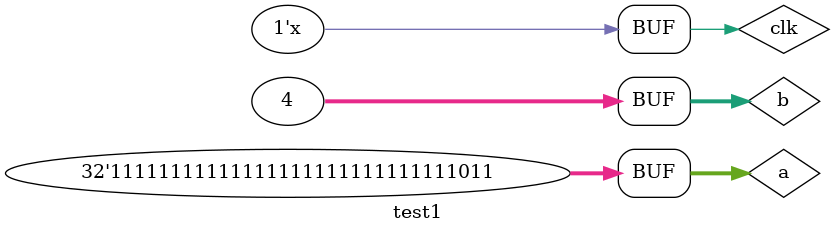
<source format=v>
`timescale 1ns / 1ps


module test1;

	// Inputs
	reg [31:0] a ;
	reg [31:0] b ;
	reg clk;

	// Outputs
	wire [63:0] res;

	// Instantiate the Unit Under Test (UUT)
	pipelined uut (
		.a(a), 
		.b(b), 
		.clk(clk),  
		.res(res)
	);

	initial begin
		// Initialize Inputs
		a = -5;
		b = 4;
		clk = 0;

		// Wait 100 ns for global reset to finish
		#100;
        
		// Add stimulus here

	end
	
	always #50 clk=~clk;
      
endmodule


</source>
